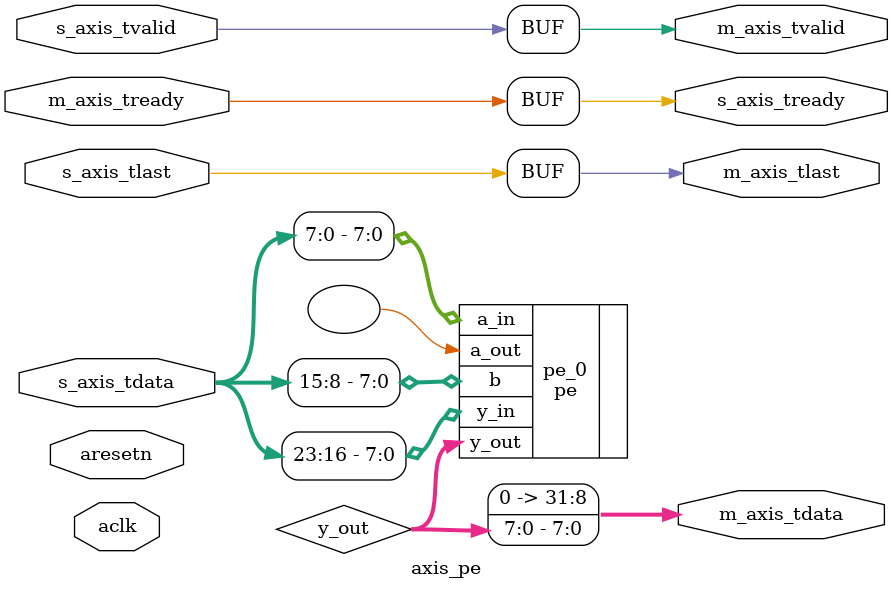
<source format=v>
`timescale 1ns / 1ps

module axis_pe
    (
        input wire         aclk,
        input wire         aresetn,
        // *** AXIS slave port ***
        output wire        s_axis_tready,
        input wire [31:0]  s_axis_tdata,
        input wire         s_axis_tvalid,
        input wire         s_axis_tlast,
        // *** AXIS master port ***
        input wire         m_axis_tready,
        output wire [31:0] m_axis_tdata,
        output wire        m_axis_tvalid,
        output wire        m_axis_tlast
    );
    
    wire [7:0] y_out;
    
    // AXI-Stream control
    assign s_axis_tready = m_axis_tready;
    assign m_axis_tdata = {24'h000000, y_out};
    assign m_axis_tvalid = s_axis_tvalid;
    assign m_axis_tlast = s_axis_tlast;
    
    // PE
    pe #(8, 0) pe_0
    (
        .a_in(s_axis_tdata[7:0]),
        .y_in(s_axis_tdata[23:16]),
        .b(s_axis_tdata[15:8]),
        .a_out(),
        .y_out(y_out)
    );
    
endmodule

</source>
